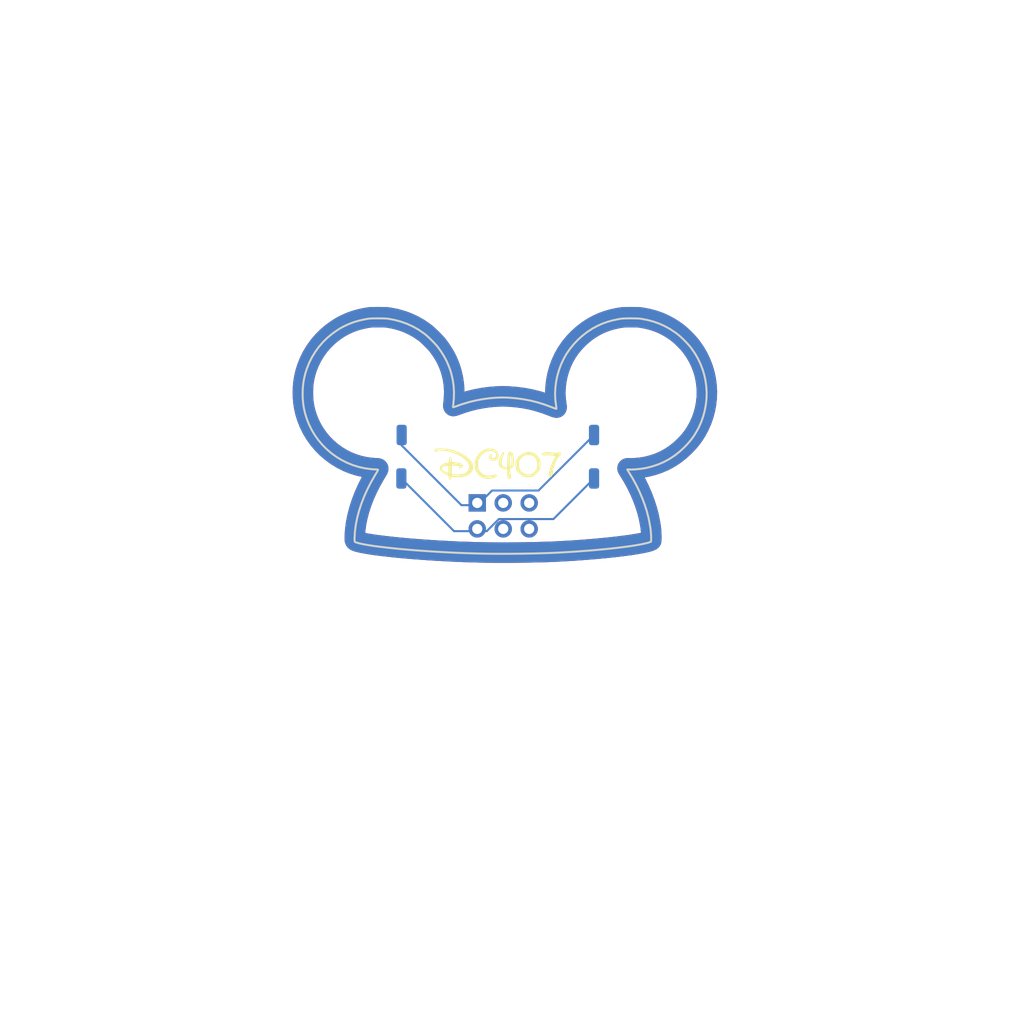
<source format=kicad_pcb>
(kicad_pcb (version 20221018) (generator pcbnew)
  (layers (0 "F.Cu" signal) (31 "B.Cu" signal) (34 "B.Paste" user) (35 "F.Paste" user) (36 "B.SilkS" user "B.Silkscreen") (37 "F.SilkS" user "F.Silkscreen") (38 "B.Mask" user) (39 "F.Mask" user) (44 "Edge.Cuts" user))
  (net 0 "")
  (net 1 "Net-(BT1--)")
  (net 2 "Net-(BT1-+)")
  (footprint "LOGO" (layer "F.Cu") (at 149.245 92.68)
    (fp_text reference "G***" hide)
    (fp_text value "LOGO" hide)
    (fp_poly (pts (xy 5.473065 1.458043) (xy 5.481364 1.466462) (xy 5.498903 1.516303) (xy 5.505946 1.600115) (xy 5.504814 1.647775) (xy 5.497046 1.733133) (xy 5.480054 1.782575) (xy 5.444528 1.81394) (xy 5.408461 1.832439) (xy 5.337767 1.886684) (xy 5.258084 1.98297) (xy 5.176131 2.11193) (xy 5.09863 2.264195) (xy 5.098377 2.264752) (xy 5.027157 2.422325) (xy 4.974925 2.539804) (xy 4.938051 2.625861) (xy 4.912904 2.689168) (xy 4.895855 2.738397) (xy 4.88594 2.772241) (xy 4.833887 2.971891) (xy 4.796269 3.138275) (xy 4.769456 3.288759) (xy 4.753991 3.403882) (xy 4.738879 3.511387) (xy 4.721702 3.602039) (xy 4.705703 3.659275) (xy 4.702751 3.66558) (xy 4.680254 3.721512) (xy 4.675931 3.746215) (xy 4.659214 3.790267) (xy 4.624586 3.840654) (xy 4.560789 3.884316) (xy 4.478319 3.901491) (xy 4.399486 3.890563) (xy 4.353823 3.860255) (xy 4.339109 3.813591) (xy 4.332219 3.729264) (xy 4.332541 3.622704) (xy 4.339458 3.509339) (xy 4.352357 3.404595) (xy 4.370623 3.323903) (xy 4.375747 3.309807) (xy 4.397886 3.247457) (xy 4.426647 3.156037) (xy 4.448416 3.081342) (xy 4.479505 2.978817) (xy 4.512055 2.884153) (xy 4.531487 2.835375) (xy 4.557328 2.769397) (xy 4.569224 2.723019) (xy 4.569312 2.720777) (xy 4.58148 2.673573) (xy 4.595248 2.644205) (xy 4.620445 2.593401) (xy 4.656431 2.514686) (xy 4.679002 2.463141) (xy 4.717137 2.377813) (xy 4.770057 2.26366) (xy 4.828733 2.140052) (xy 4.854052 2.087649) (xy 4.971283 1.84655) (xy 4.857652 1.812555) (xy 4.775959 1.797881) (xy 4.643849 1.787135) (xy 4.464532 1.780498) (xy 4.244219 1.778152) (xy 4.066661 1.777555) (xy 3.935059 1.775624) (xy 3.841618 1.771647) (xy 3.778541 1.764916) (xy 3.738032 1.754721) (xy 3.712294 1.740351) (xy 3.699933 1.72859) (xy 3.661774 1.673108) (xy 3.666887 1.625847) (xy 3.715926 1.570342) (xy 3.812677 1.513839) (xy 3.956702 1.476912) (xy 4.145128 1.459772) (xy 4.375083 1.462628) (xy 4.643695 1.485688) (xy 4.730376 1.496444) (xy 4.902762 1.516029) (xy 5.032728 1.522379) (xy 5.130102 1.514908) (xy 5.204712 1.49303) (xy 5.25397 1.465209) (xy 5.329182 1.434501) (xy 5.410023 1.432155)) (fill solid) (layer "F.SilkS"))
    (fp_poly (pts (xy 0.721887 1.451752) (xy 0.798671 1.540655) (xy 0.857736 1.677722) (xy 0.899657 1.863962) (xy 0.925007 2.100383) (xy 0.927551 2.142694) (xy 0.934176 2.392727) (xy 0.923128 2.596403) (xy 0.892971 2.758611) (xy 0.842269 2.884242) (xy 0.769584 2.978184) (xy 0.673479 3.045326) (xy 0.660406 3.051766) (xy 0.565185 3.096952) (xy 0.580652 3.344491) (xy 0.592278 3.478212) (xy 0.609405 3.613333) (xy 0.628827 3.725564) (xy 0.634038 3.748751) (xy 0.658821 3.857397) (xy 0.668658 3.928151) (xy 0.66278 3.974974) (xy 0.640415 4.011827) (xy 0.618201 4.035522) (xy 0.54751 4.081259) (xy 0.46819 4.078982) (xy 0.406133 4.051769) (xy 0.355434 4.017076) (xy 0.318914 3.972061) (xy 0.294327 3.907994) (xy 0.27943 3.816141) (xy 0.271975 3.68777) (xy 0.269736 3.521246) (xy 0.268783 3.1548) (xy 0.089899 3.135643) (xy -0.060294 3.104669) (xy -0.214712 3.047899) (xy -0.352899 2.974178) (xy -0.440972 2.906104) (xy -0.49055 2.835244) (xy -0.533423 2.735775) (xy -0.559932 2.632764) (xy -0.56404 2.586775) (xy -0.5586 2.523821) (xy -0.543977 2.42637) (xy -0.523465 2.311663) (xy -0.500358 2.19694) (xy -0.477952 2.099441) (xy -0.459542 2.036406) (xy -0.458224 2.033088) (xy -0.414617 1.934782) (xy -0.360111 1.822098) (xy -0.301123 1.70713) (xy -0.244069 1.601973) (xy -0.195364 1.51872) (xy -0.161422 1.469466) (xy -0.156541 1.464364) (xy -0.1123 1.436287) (xy -0.073515 1.450135) (xy -0.0677 1.454786) (xy -0.0331 1.510984) (xy -0.034221 1.595955) (xy -0.071321 1.714663) (xy -0.082663 1.741918) (xy -0.186002 2.017634) (xy -0.246331 2.264328) (xy -0.26413 2.484569) (xy -0.249602 2.635341) (xy -0.233955 2.701042) (xy -0.208263 2.747287) (xy -0.160237 2.788062) (xy -0.077589 2.837354) (xy -0.06688 2.843328) (xy 0.026493 2.888324) (xy 0.11756 2.920749) (xy 0.192751 2.936972) (xy 0.238499 2.933363) (xy 0.245021 2.926792) (xy 0.246997 2.89915) (xy 0.250672 2.826071) (xy 0.25567 2.715835) (xy 0.261619 2.576721) (xy 0.268145 2.417009) (xy 0.268985 2.395945) (xy 0.275107 2.274993) (xy 0.537566 2.274993) (xy 0.538203 2.472706) (xy 0.540343 2.62232) (xy 0.544329 2.72948) (xy 0.550505 2.79983) (xy 0.559214 2.839014) (xy 0.570799 2.852678) (xy 0.572711 2.852876) (xy 0.603692 2.830343) (xy 0.641375 2.773386) (xy 0.657481 2.740398) (xy 0.681833 2.65278) (xy 0.698561 2.527648) (xy 0.707371 2.380742) (xy 0.707971 2.2278) (xy 0.700068 2.084564) (xy 0.683368 1.966774) (xy 0.672655 1.925479) (xy 0.634616 1.812035) (xy 0.604316 1.736256) (xy 0.580908 1.70033) (xy 0.563547 1.706444) (xy 0.551388 1.756788) (xy 0.543584 1.853547) (xy 0.539291 1.99891) (xy 0.537663 2.195065) (xy 0.537566 2.274993) (xy 0.275107 2.274993) (xy 0.282457 2.129799) (xy 0.300328 1.913027) (xy 0.323663 1.741353) (xy 0.353524 1.610499) (xy 0.390975 1.516185) (xy 0.437077 1.454136) (xy 0.492894 1.420072) (xy 0.512866 1.414408) (xy 0.62681 1.410006)) (fill solid) (layer "F.SilkS"))
    (fp_poly (pts (xy -1.287029 1.110651) (xy -1.143998 1.12868) (xy -1.055216 1.149319) (xy -0.899147 1.222998) (xy -0.75932 1.335064) (xy -0.648209 1.473068) (xy -0.578285 1.624561) (xy -0.57797 1.625639) (xy -0.55388 1.718059) (xy -0.547434 1.78605) (xy -0.55847 1.855905) (xy -0.576169 1.918855) (xy -0.610574 2.020634) (xy -0.64889 2.092264) (xy -0.705079 2.153489) (xy -0.790724 2.222258) (xy -0.856893 2.266741) (xy -0.919393 2.290809) (xy -0.999595 2.300442) (xy -1.074947 2.301799) (xy -1.180205 2.298484) (xy -1.252578 2.284767) (xy -1.312713 2.255145) (xy -1.350236 2.228418) (xy -1.437726 2.13836) (xy -1.496162 2.030817) (xy -1.519583 1.921058) (xy -1.505163 1.831447) (xy -1.462796 1.758151) (xy -1.406131 1.696214) (xy -1.344822 1.6508) (xy -1.288521 1.627073) (xy -1.246881 1.630195) (xy -1.229556 1.665329) (xy -1.230801 1.6847) (xy -1.24912 1.833648) (xy -1.250811 1.93782) (xy -1.233435 2.00429) (xy -1.194551 2.04013) (xy -1.131721 2.052416) (xy -1.103953 2.05247) (xy -0.985858 2.024356) (xy -0.892191 1.949289) (xy -0.849132 1.882123) (xy -0.816776 1.805042) (xy -0.80963 1.738866) (xy -0.827631 1.660694) (xy -0.848365 1.603934) (xy -0.892945 1.516225) (xy -0.954795 1.453109) (xy -1.045301 1.406973) (xy -1.175851 1.370201) (xy -1.208483 1.363152) (xy -1.318336 1.342715) (xy -1.400435 1.336373) (xy -1.478909 1.344151) (xy -1.567576 1.36354) (xy -1.667336 1.390375) (xy -1.755022 1.418113) (xy -1.800847 1.436022) (xy -1.971711 1.539844) (xy -2.140935 1.684303) (xy -2.296471 1.857298) (xy -2.42627 2.046727) (xy -2.448797 2.086844) (xy -2.564853 2.301871) (xy -2.565866 2.63785) (xy -2.565635 2.779659) (xy -2.562429 2.881443) (xy -2.55398 2.956928) (xy -2.53802 3.019842) (xy -2.512282 3.08391) (xy -2.481507 3.148538) (xy -2.401956 3.280294) (xy -2.295735 3.413685) (xy -2.177175 3.533099) (xy -2.060604 3.622926) (xy -2.029312 3.641162) (xy -1.893157 3.699506) (xy -1.744771 3.732986) (xy -1.572624 3.742931) (xy -1.365189 3.730669) (xy -1.306985 3.724349) (xy -1.171946 3.706737) (xy -1.04789 3.687176) (xy -0.94956 3.668194) (xy -0.895899 3.65393) (xy -0.801838 3.63771) (xy -0.736844 3.659347) (xy -0.706314 3.70843) (xy -0.715648 3.77455) (xy -0.770242 3.847297) (xy -0.787826 3.862332) (xy -0.882244 3.928593) (xy -0.982358 3.977355) (xy -1.098944 4.011381) (xy -1.242779 4.033434) (xy -1.424638 4.046277) (xy -1.518624 4.049697) (xy -1.662584 4.052212) (xy -1.793549 4.051424) (xy -1.898973 4.047624) (xy -1.966309 4.041102) (xy -1.975556 4.039125) (xy -2.099739 3.994107) (xy -2.236915 3.92613) (xy -2.364513 3.847541) (xy -2.451704 3.7787) (xy -2.629715 3.588545) (xy -2.760501 3.394438) (xy -2.848395 3.186163) (xy -2.89773 2.953504) (xy -2.912845 2.691606) (xy -2.904405 2.472954) (xy -2.875566 2.286297) (xy -2.821047 2.114652) (xy -2.735571 1.941034) (xy -2.624607 1.764305) (xy -2.442364 1.534741) (xy -2.237512 1.353415) (xy -2.008045 1.218916) (xy -1.751962 1.129829) (xy -1.71082 1.120227) (xy -1.592425 1.105449) (xy -1.443833 1.102582)) (fill solid) (layer "F.SilkS"))
    (fp_poly (pts (xy 2.627364 1.451942) (xy 2.863062 1.528724) (xy 2.944833 1.568672) (xy 3.057529 1.646265) (xy 3.178859 1.758298) (xy 3.295469 1.89016) (xy 3.394003 2.027237) (xy 3.442554 2.113277) (xy 3.480165 2.192001) (xy 3.505804 2.255983) (xy 3.521764 2.318628) (xy 3.530337 2.39334) (xy 3.533817 2.493523) (xy 3.534495 2.632582) (xy 3.534497 2.650843) (xy 3.533941 2.795402) (xy 3.530786 2.899585) (xy 3.522804 2.976773) (xy 3.507766 3.040346) (xy 3.483443 3.103683) (xy 3.447606 3.180166) (xy 3.445656 3.184194) (xy 3.354092 3.335998) (xy 3.229697 3.49068) (xy 3.086628 3.633525) (xy 2.939043 3.749821) (xy 2.850674 3.80255) (xy 2.720022 3.854663) (xy 2.56938 3.892937) (xy 2.514695 3.901684) (xy 2.406716 3.915233) (xy 2.330661 3.921713) (xy 2.265146 3.920987) (xy 2.188788 3.912922) (xy 2.091314 3.89901) (xy 1.981596 3.873465) (xy 1.857847 3.830901) (xy 1.775696 3.794489) (xy 1.698908 3.748457) (xy 1.606112 3.682096) (xy 1.506895 3.603684) (xy 1.410843 3.5215) (xy 1.327545 3.443822) (xy 1.266586 3.378928) (xy 1.237555 3.335096) (xy 1.236402 3.328827) (xy 1.220514 3.28671) (xy 1.200417 3.258167) (xy 1.145619 3.160968) (xy 1.105952 3.021565) (xy 1.083298 2.849855) (xy 1.080425 2.701506) (xy 1.430414 2.701506) (xy 1.439559 2.847578) (xy 1.462308 2.964347) (xy 1.468075 2.981322) (xy 1.568635 3.188878) (xy 1.704455 3.35997) (xy 1.883197 3.504119) (xy 1.895385 3.512075) (xy 1.979811 3.564355) (xy 2.048483 3.597683) (xy 2.118532 3.616571) (xy 2.207088 3.625537) (xy 2.331283 3.629095) (xy 2.339855 3.629229) (xy 2.461786 3.627194) (xy 2.553049 3.613795) (xy 2.636263 3.584762) (xy 2.676763 3.565633) (xy 2.752256 3.520532) (xy 2.836904 3.458761) (xy 2.919047 3.390403) (xy 2.987028 3.325543) (xy 3.029189 3.274268) (xy 3.037249 3.253783) (xy 3.053895 3.218971) (xy 3.071865 3.197495) (xy 3.129585 3.10763) (xy 3.173258 2.979194) (xy 3.20175 2.825797) (xy 3.213924 2.66105) (xy 3.208645 2.498566) (xy 3.184777 2.351954) (xy 3.150624 2.253304) (xy 3.050121 2.090996) (xy 2.916321 1.946304) (xy 2.764491 1.834802) (xy 2.714929 1.808835) (xy 2.630496 1.773237) (xy 2.550983 1.75209) (xy 2.457071 1.741953) (xy 2.329442 1.739385) (xy 2.324974 1.739389) (xy 2.195687 1.742155) (xy 2.101612 1.752233) (xy 2.02436 1.772865) (xy 1.948677 1.805748) (xy 1.841409 1.872441) (xy 1.728323 1.965473) (xy 1.622322 2.071813) (xy 1.536307 2.178434) (xy 1.483182 2.272306) (xy 1.481074 2.277935) (xy 1.451523 2.397638) (xy 1.434519 2.545177) (xy 1.430414 2.701506) (xy 1.080425 2.701506) (xy 1.079539 2.655734) (xy 1.080585 2.628285) (xy 1.088426 2.507092) (xy 1.099612 2.401768) (xy 1.112382 2.326774) (xy 1.120313 2.301871) (xy 1.147893 2.247102) (xy 1.187918 2.16672) (xy 1.212257 2.117539) (xy 1.265782 2.03306) (xy 1.347055 1.932583) (xy 1.441765 1.833585) (xy 1.454896 1.821198) (xy 1.672949 1.649575) (xy 1.903914 1.526043) (xy 2.143098 1.451396) (xy 2.385812 1.426431)) (fill solid) (layer "F.SilkS"))
    (fp_poly (pts (xy -6.12375 1.08902) (xy -5.893324 1.101672) (xy -5.703458 1.117298) (xy -5.540972 1.137521) (xy -5.392686 1.163959) (xy -5.254709 1.195866) (xy -5.142785 1.223972) (xy -5.030102 1.251829) (xy -4.972487 1.265833) (xy -4.886274 1.289388) (xy -4.814796 1.313683) (xy -4.797778 1.321036) (xy -4.746533 1.343097) (xy -4.66234 1.376518) (xy -4.562786 1.414331) (xy -4.555873 1.416897) (xy -4.428276 1.469106) (xy -4.28959 1.533273) (xy -4.193016 1.583051) (xy -4.099329 1.634732) (xy -4.018136 1.679466) (xy -3.966248 1.707991) (xy -3.96455 1.708921) (xy -3.783473 1.82123) (xy -3.609552 1.953501) (xy -3.449893 2.098196) (xy -3.311604 2.24778) (xy -3.201793 2.394715) (xy -3.127567 2.531466) (xy -3.098838 2.626873) (xy -3.082617 2.693117) (xy -3.062881 2.732285) (xy -3.060504 2.734163) (xy -3.043454 2.772033) (xy -3.03761 2.847359) (xy -3.042202 2.945191) (xy -3.056462 3.050581) (xy -3.079621 3.148578) (xy -3.082245 3.156926) (xy -3.121443 3.25989) (xy -3.168866 3.36002) (xy -3.189644 3.396446) (xy -3.261791 3.486906) (xy -3.36283 3.580963) (xy -3.480123 3.669974) (xy -3.60103 3.7453) (xy -3.712912 3.798298) (xy -3.80313 3.820327) (xy -3.809869 3.820495) (xy -3.86593 3.833438) (xy -3.885635 3.846405) (xy -3.921224 3.8589) (xy -3.998922 3.873729) (xy -4.107241 3.88903) (xy -4.233709 3.902846) (xy -4.456099 3.918597) (xy -4.656957 3.919567) (xy -4.863029 3.905154) (xy -5.029378 3.884951) (xy -5.153466 3.867928) (xy -5.171989 3.966663) (xy -5.200103 4.048664) (xy -5.245657 4.119741) (xy -5.29661 4.163453) (xy -5.320858 4.169913) (xy -5.356364 4.152025) (xy -5.39915 4.113603) (xy -5.438825 4.041361) (xy -5.46601 3.928667) (xy -5.470032 3.898577) (xy -5.486704 3.7992) (xy -5.508741 3.74871) (xy -5.526697 3.73986) (xy -5.585096 3.725433) (xy -5.674451 3.686808) (xy -5.781931 3.630975) (xy -5.894704 3.564919) (xy -5.999939 3.495628) (xy -6.064965 3.446744) (xy -6.149474 3.37065) (xy -6.222533 3.291732) (xy -6.266757 3.229592) (xy -6.305326 3.11558) (xy -6.309983 3.049352) (xy -6.128254 3.049352) (xy -6.106411 3.105286) (xy -6.048506 3.175676) (xy -5.965979 3.249808) (xy -5.870268 3.316966) (xy -5.80433 3.352788) (xy -5.659207 3.421005) (xy -5.56005 3.466989) (xy -5.504412 3.491866) (xy -5.489894 3.497344) (xy -5.487401 3.472361) (xy -5.485327 3.403552) (xy -5.483862 3.300846) (xy -5.483195 3.174172) (xy -5.483175 3.146604) (xy -5.483175 2.795251) (xy -5.637725 2.812873) (xy -5.80594 2.841529) (xy -5.945643 2.884248) (xy -6.050151 2.937807) (xy -6.112777 2.998983) (xy -6.128254 3.049352) (xy -6.309983 3.049352) (xy -6.314178 2.989684) (xy -6.293307 2.873757) (xy -6.266881 2.818629) (xy -6.196253 2.737752) (xy -6.099268 2.658556) (xy -5.996612 2.596184) (xy -5.925804 2.56893) (xy -5.85876 2.547836) (xy -5.816403 2.526633) (xy -5.775192 2.511579) (xy -5.698748 2.496305) (xy -5.624743 2.486528) (xy -5.534729 2.475547) (xy -5.483278 2.460401) (xy -5.455427 2.43195) (xy -5.436211 2.381052) (xy -5.432626 2.369174) (xy -5.411543 2.275194) (xy -5.40116 2.183204) (xy -5.401023 2.1778) (xy -5.389063 2.06743) (xy -5.360519 1.976077) (xy -5.320595 1.916008) (xy -5.282575 1.898696) (xy -5.253118 1.907468) (xy -5.229261 1.940507) (xy -5.206016 2.0079) (xy -5.182883 2.100284) (xy -5.15996 2.205347) (xy -5.142911 2.295959) (xy -5.135035 2.354376) (xy -5.134858 2.358587) (xy -5.134175 2.378856) (xy -5.128361 2.394457) (xy -5.110426 2.406974) (xy -5.073378 2.417987) (xy -5.010224 2.429079) (xy -4.913973 2.441832) (xy -4.777633 2.457828) (xy -4.614334 2.476366) (xy -4.510529 2.490706) (xy -4.426189 2.507067) (xy -4.376788 2.522337) (xy -4.37243 2.525011) (xy -4.322647 2.550378) (xy -4.273651 2.56596) (xy -4.21183 2.594189) (xy -4.139067 2.645075) (xy -4.117324 2.663848) (xy -4.055819 2.739447) (xy -4.045639 2.812208) (xy -4.085815 2.891756) (xy -4.093417 2.90152) (xy -4.144718 2.943548) (xy -4.221348 2.98442) (xy -4.302883 3.015468) (xy -4.368899 3.028025) (xy -4.386474 3.0259) (xy -4.426988 2.991228) (xy -4.42984 2.937502) (xy -4.395584 2.883474) (xy -4.381945 2.872576) (xy -4.36168 2.854344) (xy -4.367013 2.840566) (xy -4.405494 2.828429) (xy -4.484675 2.815118) (xy -4.56642 2.803856) (xy -4.699554 2.788798) (xy -4.83645 2.777634) (xy -4.951205 2.772398) (xy -4.968813 2.772241) (xy -5.133757 2.772241) (xy -5.133757 3.186493) (xy -5.133757 3.600744) (xy -5.019524 3.620689) (xy -4.946518 3.628554) (xy -4.835669 3.634667) (xy -4.70288 3.638359) (xy -4.582751 3.639084) (xy -4.29369 3.620765) (xy -4.045685 3.568895) (xy -3.839066 3.483646) (xy -3.674167 3.365191) (xy -3.551318 3.213702) (xy -3.483212 3.067903) (xy -3.452946 2.968091) (xy -3.443966 2.888012) (xy -3.456886 2.805079) (xy -3.492317 2.696707) (xy -3.493356 2.693861) (xy -3.557974 2.547428) (xy -3.643251 2.414488) (xy -3.759813 2.279913) (xy -3.839298 2.201436) (xy -3.906057 2.142831) (xy -3.994683 2.071458) (xy -4.09511 1.994645) (xy -4.197272 1.919723) (xy -4.291104 1.854021) (xy -4.36654 1.804868) (xy -4.413514 1.779595) (xy -4.421146 1.777744) (xy -4.449127 1.766742) (xy -4.513493 1.737367) (xy -4.602435 1.695066) (xy -4.642373 1.675686) (xy -4.816169 1.59928) (xy -5.017659 1.52405) (xy -5.227194 1.456428) (xy -5.425123 1.402844) (xy -5.56381 1.374088) (xy -5.739683 1.34531) (xy -5.877035 1.324804) (xy -5.990222 1.311152) (xy -6.093599 1.302936) (xy -6.201521 1.298735) (xy -6.328343 1.297132) (xy -6.34328 1.297057) (xy -6.474915 1.297127) (xy -6.559943 1.299452) (xy -6.605497 1.305044) (xy -6.618713 1.314918) (xy -6.606725 1.330088) (xy -6.601973 1.333815) (xy -6.568481 1.381666) (xy -6.575481 1.428331) (xy -6.618207 1.454164) (xy -6.631379 1.455104) (xy -6.701403 1.436773) (xy -6.778894 1.391868) (xy -6.84224 1.33515) (xy -6.86743 1.293863) (xy -6.868245 1.220074) (xy -6.818636 1.162255) (xy -6.718404 1.12035) (xy -6.567348 1.094305) (xy -6.36527 1.084064)) (fill solid) (layer "F.SilkS"))
    (fp_poly (pts (xy -12.208072 -11.625339) (xy -11.984059 -11.622354) (xy -11.775092 -11.616787) (xy -11.59099 -11.608642) (xy -11.441573 -11.597924) (xy -11.356085 -11.587883) (xy -10.704397 -11.463394) (xy -10.08137 -11.293513) (xy -9.486603 -11.078066) (xy -8.919692 -10.816883) (xy -8.380234 -10.509793) (xy -7.867826 -10.156623) (xy -7.714074 -10.03749) (xy -7.598749 -9.940257) (xy -7.458841 -9.813757) (xy -7.30307 -9.666683) (xy -7.14016 -9.507731) (xy -6.978834 -9.345596) (xy -6.827814 -9.188973) (xy -6.695822 -9.046558) (xy -6.591582 -8.927046) (xy -6.556228 -8.88328) (xy -6.20481 -8.401263) (xy -5.900101 -7.917549) (xy -5.644153 -7.43569) (xy -5.43902 -6.959236) (xy -5.429754 -6.934603) (xy -5.386753 -6.81939) (xy -5.346672 -6.711915) (xy -5.316317 -6.630423) (xy -5.309489 -6.612063) (xy -5.287968 -6.547592) (xy -5.256944 -6.446372) (xy -5.220967 -6.323544) (xy -5.192354 -6.222328) (xy -5.054345 -5.632648) (xy -4.966621 -5.035743) (xy -4.92896 -4.428085) (xy -4.941135 -3.80615) (xy -4.999864 -3.189627) (xy -5.012093 -3.082469) (xy -5.018554 -2.996854) (xy -5.018419 -2.945716) (xy -5.016008 -2.937419) (xy -4.986884 -2.940912) (xy -4.916715 -2.960505) (xy -4.814746 -2.993304) (xy -4.690222 -3.036421) (xy -4.630684 -3.05791) (xy -4.482774 -3.111534) (xy -4.337691 -3.163411) (xy -4.210162 -3.208322) (xy -4.11491 -3.241049) (xy -4.098942 -3.246361) (xy -3.466441 -3.43532) (xy -2.814243 -3.593296) (xy -2.151872 -3.718958) (xy -1.488853 -3.810973) (xy -0.834709 -3.868012) (xy -0.198965 -3.888744) (xy 0.386076 -3.8732) (xy 1.144061 -3.810977) (xy 1.869121 -3.713938) (xy 2.571041 -3.579912) (xy 3.259606 -3.406725) (xy 3.9446 -3.192206) (xy 4.635809 -2.934183) (xy 4.659478 -2.924643) (xy 4.795834 -2.871412) (xy 4.914875 -2.828453) (xy 5.007743 -2.798684) (xy 5.06558 -2.785023) (xy 5.080101 -2.78606) (xy 5.084664 -2.820575) (xy 5.079905 -2.895489) (xy 5.066927 -2.998464) (xy 5.054083 -3.077566) (xy 4.980438 -3.646175) (xy 4.95638 -4.22705) (xy 4.980781 -4.814634) (xy 5.052513 -5.403368) (xy 5.170447 -5.987695) (xy 5.333456 -6.562057) (xy 5.54041 -7.120898) (xy 5.790182 -7.658658) (xy 6.081642 -8.169781) (xy 6.090892 -8.184444) (xy 6.421928 -8.661578) (xy 6.797277 -9.119223) (xy 7.210114 -9.5508) (xy 7.653618 -9.949728) (xy 8.120966 -10.309427) (xy 8.605336 -10.623317) (xy 8.641574 -10.644489) (xy 9.092322 -10.887084) (xy 9.547705 -11.093287) (xy 10.017393 -11.266414) (xy 10.511055 -11.40978) (xy 11.038362 -11.5267) (xy 11.396402 -11.588936) (xy 11.51136 -11.6017) (xy 11.669866 -11.611749) (xy 11.861778 -11.619087) (xy 12.076956 -11.62372) (xy 12.305261 -11.625654) (xy 12.53655 -11.624895) (xy 12.760685 -11.621446) (xy 12.967525 -11.615316) (xy 13.146928 -11.606507) (xy 13.288755 -11.595027) (xy 13.345079 -11.587883) (xy 13.969892 -11.470714) (xy 14.56079 -11.314541) (xy 15.123008 -11.1172) (xy 15.66178 -10.876526) (xy 16.18234 -10.590355) (xy 16.689921 -10.256524) (xy 16.852698 -10.137605) (xy 17.047405 -9.981823) (xy 17.262393 -9.792539) (xy 17.487146 -9.580315) (xy 17.711149 -9.355709) (xy 17.923886 -9.129282) (xy 18.114842 -8.911592) (xy 18.273502 -8.713201) (xy 18.280688 -8.70359) (xy 18.628852 -8.198745) (xy 18.927263 -7.684644) (xy 19.179894 -7.153768) (xy 19.386186 -6.612063) (xy 19.493359 -6.27151) (xy 19.579878 -5.941671) (xy 19.649319 -5.605701) (xy 19.705257 -5.246749) (xy 19.742639 -4.932169) (xy 19.776654 -4.367326) (xy 19.76243 -3.789949) (xy 19.701475 -3.207875) (xy 19.595298 -2.62894) (xy 19.445407 -2.060979) (xy 19.25331 -1.51183) (xy 19.020517 -0.989328) (xy 18.961272 -0.873545) (xy 18.755291 -0.499802) (xy 18.547544 -0.163573) (xy 18.328324 0.148305) (xy 18.087924 0.448993) (xy 17.816639 0.751653) (xy 17.59263 0.982294) (xy 17.12628 1.41387) (xy 16.637543 1.79686) (xy 16.124931 2.132076) (xy 15.586957 2.420325) (xy 15.022132 2.662418) (xy 14.428967 2.859163) (xy 13.896085 2.992488) (xy 13.680245 3.033641) (xy 13.438804 3.070701) (xy 13.183722 3.102559) (xy 12.926954 3.128107) (xy 12.680461 3.146234) (xy 12.456198 3.155833) (xy 12.266124 3.155792) (xy 12.182593 3.151426) (xy 12.095741 3.147349) (xy 12.035053 3.149675) (xy 12.014603 3.156984) (xy 12.02831 3.186599) (xy 12.064863 3.249438) (xy 12.117413 3.333914) (xy 12.13966 3.368521) (xy 12.517992 3.98501) (xy 12.867677 4.621782) (xy 13.186026 5.272218) (xy 13.470349 5.929697) (xy 13.717953 6.587599) (xy 13.92615 7.239304) (xy 14.092248 7.878192) (xy 14.206275 8.453228) (xy 14.228033 8.583575) (xy 14.249928 8.714217) (xy 14.268009 8.821583) (xy 14.271629 8.842963) (xy 14.292258 8.989804) (xy 14.311347 9.17145) (xy 14.327758 9.371402) (xy 14.340353 9.573159) (xy 14.347995 9.760223) (xy 14.349548 9.916091) (xy 14.34851 9.958413) (xy 14.339577 10.200317) (xy 14.24444 10.246866) (xy 14.156352 10.280987) (xy 14.022418 10.320887) (xy 13.850029 10.364901) (xy 13.646577 10.411367) (xy 13.419455 10.45862) (xy 13.176054 10.504997) (xy 12.923767 10.548834) (xy 12.847831 10.561181) (xy 12.722938 10.581301) (xy 12.594818 10.602172) (xy 12.498413 10.61808) (xy 12.364349 10.638933) (xy 12.186057 10.664396) (xy 11.972753 10.693313) (xy 11.733655 10.724526) (xy 11.477981 10.756878) (xy 11.214947 10.789212) (xy 10.953771 10.820371) (xy 10.703671 10.849197) (xy 10.473863 10.874533) (xy 10.361587 10.886343) (xy 9.914156 10.931838) (xy 9.511385 10.971491) (xy 9.144592 11.0061) (xy 8.805094 11.036467) (xy 8.484206 11.063391) (xy 8.197884 11.085816) (xy 8.004238 11.100573) (xy 7.803679 11.116041) (xy 7.611671 11.131015) (xy 7.443679 11.144289) (xy 7.324339 11.153907) (xy 7.183599 11.164703) (xy 7.007121 11.177148) (xy 6.812845 11.190037) (xy 6.618715 11.202164) (xy 6.517989 11.208101) (xy 6.317063 11.219682) (xy 6.092154 11.232711) (xy 5.866085 11.245861) (xy 5.661679 11.257807) (xy 5.590688 11.261975) (xy 5.109628 11.287551) (xy 4.581891 11.310654) (xy 4.014505 11.331193) (xy 3.414495 11.349078) (xy 2.788889 11.364218) (xy 2.144714 11.376524) (xy 1.488996 11.385905) (xy 0.828764 11.39227) (xy 0.171042 11.395529) (xy -0.477141 11.395593) (xy -1.108759 11.39237) (xy -1.716785 11.385771) (xy -2.294191 11.375705) (xy -2.634074 11.367674) (xy -2.983804 11.357887) (xy -3.349468 11.346553) (xy -3.721535 11.334034) (xy -4.090478 11.32069) (xy -4.446766 11.306882) (xy -4.78087 11.29297) (xy -5.083262 11.279316) (xy -5.344412 11.266279) (xy -5.415979 11.262393) (xy -5.602845 11.252056) (xy -5.822367 11.23999) (xy -6.053522 11.227345) (xy -6.275285 11.215274) (xy -6.397037 11.20868) (xy -6.592121 11.197769) (xy -6.799348 11.185547) (xy -7.001035 11.173097) (xy -7.179497 11.161506) (xy -7.284021 11.154276) (xy -7.452493 11.142258) (xy -7.651066 11.12824) (xy -7.856209 11.113873) (xy -8.04439 11.100812) (xy -8.063492 11.099496) (xy -8.307512 11.08215) (xy -8.576025 11.062136) (xy -8.855066 11.040564) (xy -9.130668 11.018541) (xy -9.388865 10.997177) (xy -9.61569 10.97758) (xy -9.729947 10.967221) (xy -9.884087 10.952942) (xy -10.063413 10.936379) (xy -10.239577 10.920148) (xy -10.32127 10.91264) (xy -10.475149 10.897999) (xy -10.638134 10.881655) (xy -10.786207 10.866051) (xy -10.858836 10.857954) (xy -10.994438 10.842675) (xy -11.154924 10.825088) (xy -11.311697 10.808315) (xy -11.356085 10.803663) (xy -11.494017 10.78867) (xy -11.663325 10.769283) (xy -11.853589 10.746791) (xy -12.054391 10.722483) (xy -12.255309 10.697649) (xy -12.445925 10.67358) (xy -12.615818 10.651565) (xy -12.75457 10.632893) (xy -12.851762 10.618853) (xy -12.86127 10.617361) (xy -13.168963 10.567779) (xy -13.429811 10.524375) (xy -13.650207 10.485899) (xy -13.836548 10.451097) (xy -13.995227 10.418718) (xy -14.132639 10.387509) (xy -14.255179 10.35622) (xy -14.369242 10.323597) (xy -14.383011 10.319428) (xy -14.495225 10.284404) (xy -14.571724 10.252827) (xy -14.619147 10.214069) (xy -14.644133 10.157504) (xy -14.653321 10.072505) (xy -14.653351 9.948447) (xy -14.652333 9.888353) (xy -14.61698 9.245787) (xy -14.532939 8.585836) (xy -14.401228 7.911591) (xy -14.222863 7.226143) (xy -13.998862 6.532584) (xy -13.73024 5.834004) (xy -13.418016 5.133495) (xy -13.063205 4.434146) (xy -12.666825 3.739051) (xy -12.585302 3.605124) (xy -12.491534 3.450636) (xy -12.424961 3.335638) (xy -12.382966 3.254885) (xy -12.362936 3.203131) (xy -12.362255 3.175133) (xy -12.367757 3.168763) (xy -12.413139 3.156158) (xy -12.492789 3.147479) (xy -12.565608 3.144944) (xy -12.662334 3.14217) (xy -12.792417 3.135223) (xy -12.935729 3.125284) (xy -13.023537 3.118038) (xy -13.633689 3.037541) (xy -14.229968 2.906541) (xy -14.809729 2.727107) (xy -15.370325 2.501304) (xy -15.909113 2.231202) (xy -16.423445 1.918868) (xy -16.910677 1.566371) (xy -17.368163 1.175777) (xy -17.793258 0.749156) (xy -18.183315 0.288574) (xy -18.53569 -0.2039) (xy -18.847737 -0.726199) (xy -19.116811 -1.276254) (xy -19.324997 -1.807537) (xy -19.479562 -2.302219) (xy -19.594822 -2.787187) (xy -19.673092 -3.276443) (xy -19.716687 -3.783989) (xy -19.72821 -4.246772) (xy -19.712921 -4.777516) (xy -19.665476 -5.277801) (xy -19.583506 -5.761917) (xy -19.464645 -6.244154) (xy -19.323112 -6.691419) (xy -19.097446 -7.260848) (xy -18.823873 -7.809885) (xy -18.505294 -8.334801) (xy -18.144609 -8.831864) (xy -17.744718 -9.297346) (xy -17.308522 -9.727515) (xy -16.838922 -10.118642) (xy -16.436085 -10.40425) (xy -16.279149 -10.507027) (xy -16.155794 -10.586558) (xy -16.054868 -10.649412) (xy -15.965218 -10.702156) (xy -15.875692 -10.751358) (xy -15.775139 -10.803587) (xy -15.656614 -10.863303) (xy -15.296472 -11.032688) (xy -14.937583 -11.178392) (xy -14.568922 -11.303836) (xy -14.179461 -11.412441) (xy -13.758175 -11.507628) (xy -13.318201 -11.588781) (xy -13.21013 -11.601381) (xy -13.058186 -11.611373) (xy -12.872188 -11.61876) (xy -12.661957 -11.623547) (xy -12.437311 -11.625739)) (stroke (width 0.2)) (fill none) (layer "Edge.Cuts"))
  )
  (footprint "Connector_PinSocket_2.54mm:PinSocket_2x03_P2.54mm_Vertical" (layer "F.Cu") (at 146.59 99.1 90)
    (fp_text reference "REF**" hide)
    (fp_text value "PinSocket_2x03_P2.54mm_Vertical" hide)
    (pad "1" thru_hole rect (at 0 0 90) (size 1.7 1.7) (drill 1) (layers "*.Cu" "*.Mask") (net 2 "Net-(BT1-+)"))
    (pad "2" thru_hole oval (at -2.54 0 90) (size 1.7 1.7) (drill 1) (layers "*.Cu" "*.Mask") (net 1 "Net-(BT1--)"))
    (pad "3" thru_hole oval (at 0 2.54 90) (size 1.7 1.7) (drill 1) (layers "*.Cu" "*.Mask"))
    (pad "4" thru_hole oval (at -2.54 2.54 90) (size 1.7 1.7) (drill 1) (layers "*.Cu" "*.Mask"))
    (pad "5" thru_hole oval (at 0 5.08 90) (size 1.7 1.7) (drill 1) (layers "*.Cu" "*.Mask"))
    (pad "6" thru_hole oval (at -2.54 5.08 90) (size 1.7 1.7) (drill 1) (layers "*.Cu" "*.Mask"))
  )
  (footprint "LOGO" (layer "F.Cu") (at 149.269222 92.564927)
    (fp_text reference "G***" hide)
    (fp_text value "LOGO" hide)
    (fp_poly (pts (xy -12.208072 -11.625339) (xy -11.984059 -11.622354) (xy -11.775092 -11.616787) (xy -11.59099 -11.608642) (xy -11.441573 -11.597924) (xy -11.356085 -11.587883) (xy -10.704397 -11.463394) (xy -10.08137 -11.293513) (xy -9.486603 -11.078066) (xy -8.919692 -10.816883) (xy -8.380234 -10.509793) (xy -7.867826 -10.156623) (xy -7.714074 -10.03749) (xy -7.598749 -9.940257) (xy -7.458841 -9.813757) (xy -7.30307 -9.666683) (xy -7.14016 -9.507731) (xy -6.978834 -9.345596) (xy -6.827814 -9.188973) (xy -6.695822 -9.046558) (xy -6.591582 -8.927046) (xy -6.556228 -8.88328) (xy -6.20481 -8.401263) (xy -5.900101 -7.917549) (xy -5.644153 -7.43569) (xy -5.43902 -6.959236) (xy -5.429754 -6.934603) (xy -5.386753 -6.81939) (xy -5.346672 -6.711915) (xy -5.316317 -6.630423) (xy -5.309489 -6.612063) (xy -5.287968 -6.547592) (xy -5.256944 -6.446372) (xy -5.220967 -6.323544) (xy -5.192354 -6.222328) (xy -5.054345 -5.632648) (xy -4.966621 -5.035743) (xy -4.92896 -4.428085) (xy -4.941135 -3.80615) (xy -4.999864 -3.189627) (xy -5.012093 -3.082469) (xy -5.018554 -2.996854) (xy -5.018419 -2.945716) (xy -5.016008 -2.937419) (xy -4.986884 -2.940912) (xy -4.916715 -2.960505) (xy -4.814746 -2.993304) (xy -4.690222 -3.036421) (xy -4.630684 -3.05791) (xy -4.482774 -3.111534) (xy -4.337691 -3.163411) (xy -4.210162 -3.208322) (xy -4.11491 -3.241049) (xy -4.098942 -3.246361) (xy -3.466441 -3.43532) (xy -2.814243 -3.593296) (xy -2.151872 -3.718958) (xy -1.488853 -3.810973) (xy -0.834709 -3.868012) (xy -0.198965 -3.888744) (xy 0.386076 -3.8732) (xy 1.144061 -3.810977) (xy 1.869121 -3.713938) (xy 2.571041 -3.579912) (xy 3.259606 -3.406725) (xy 3.9446 -3.192206) (xy 4.635809 -2.934183) (xy 4.659478 -2.924643) (xy 4.795834 -2.871412) (xy 4.914875 -2.828453) (xy 5.007743 -2.798684) (xy 5.06558 -2.785023) (xy 5.080101 -2.78606) (xy 5.084664 -2.820575) (xy 5.079905 -2.895489) (xy 5.066927 -2.998464) (xy 5.054083 -3.077566) (xy 4.980438 -3.646175) (xy 4.95638 -4.22705) (xy 4.980781 -4.814634) (xy 5.052513 -5.403368) (xy 5.170447 -5.987695) (xy 5.333456 -6.562057) (xy 5.54041 -7.120898) (xy 5.790182 -7.658658) (xy 6.081642 -8.169781) (xy 6.090892 -8.184444) (xy 6.421928 -8.661578) (xy 6.797277 -9.119223) (xy 7.210114 -9.5508) (xy 7.653618 -9.949728) (xy 8.120966 -10.309427) (xy 8.605336 -10.623317) (xy 8.641574 -10.644489) (xy 9.092322 -10.887084) (xy 9.547705 -11.093287) (xy 10.017393 -11.266414) (xy 10.511055 -11.40978) (xy 11.038362 -11.5267) (xy 11.396402 -11.588936) (xy 11.51136 -11.6017) (xy 11.669866 -11.611749) (xy 11.861778 -11.619087) (xy 12.076956 -11.62372) (xy 12.305261 -11.625654) (xy 12.53655 -11.624895) (xy 12.760685 -11.621446) (xy 12.967525 -11.615316) (xy 13.146928 -11.606507) (xy 13.288755 -11.595027) (xy 13.345079 -11.587883) (xy 13.969892 -11.470714) (xy 14.56079 -11.314541) (xy 15.123008 -11.1172) (xy 15.66178 -10.876526) (xy 16.18234 -10.590355) (xy 16.689921 -10.256524) (xy 16.852698 -10.137605) (xy 17.047405 -9.981823) (xy 17.262393 -9.792539) (xy 17.487146 -9.580315) (xy 17.711149 -9.355709) (xy 17.923886 -9.129282) (xy 18.114842 -8.911592) (xy 18.273502 -8.713201) (xy 18.280688 -8.70359) (xy 18.628852 -8.198745) (xy 18.927263 -7.684644) (xy 19.179894 -7.153768) (xy 19.386186 -6.612063) (xy 19.493359 -6.27151) (xy 19.579878 -5.941671) (xy 19.649319 -5.605701) (xy 19.705257 -5.246749) (xy 19.742639 -4.932169) (xy 19.776654 -4.367326) (xy 19.76243 -3.789949) (xy 19.701475 -3.207875) (xy 19.595298 -2.62894) (xy 19.445407 -2.060979) (xy 19.25331 -1.51183) (xy 19.020517 -0.989328) (xy 18.961272 -0.873545) (xy 18.755291 -0.499802) (xy 18.547544 -0.163573) (xy 18.328324 0.148305) (xy 18.087924 0.448993) (xy 17.816639 0.751653) (xy 17.59263 0.982294) (xy 17.12628 1.41387) (xy 16.637543 1.79686) (xy 16.124931 2.132076) (xy 15.586957 2.420325) (xy 15.022132 2.662418) (xy 14.428967 2.859163) (xy 13.896085 2.992488) (xy 13.680245 3.033641) (xy 13.438804 3.070701) (xy 13.183722 3.102559) (xy 12.926954 3.128107) (xy 12.680461 3.146234) (xy 12.456198 3.155833) (xy 12.266124 3.155792) (xy 12.182593 3.151426) (xy 12.095741 3.147349) (xy 12.035053 3.149675) (xy 12.014603 3.156984) (xy 12.02831 3.186599) (xy 12.064863 3.249438) (xy 12.117413 3.333914) (xy 12.13966 3.368521) (xy 12.517992 3.98501) (xy 12.867677 4.621782) (xy 13.186026 5.272218) (xy 13.470349 5.929697) (xy 13.717953 6.587599) (xy 13.92615 7.239304) (xy 14.092248 7.878192) (xy 14.206275 8.453228) (xy 14.228033 8.583575) (xy 14.249928 8.714217) (xy 14.268009 8.821583) (xy 14.271629 8.842963) (xy 14.292258 8.989804) (xy 14.311347 9.17145) (xy 14.327758 9.371402) (xy 14.340353 9.573159) (xy 14.347995 9.760223) (xy 14.349548 9.916091) (xy 14.34851 9.958413) (xy 14.339577 10.200317) (xy 14.24444 10.246866) (xy 14.156352 10.280987) (xy 14.022418 10.320887) (xy 13.850029 10.364901) (xy 13.646577 10.411367) (xy 13.419455 10.45862) (xy 13.176054 10.504997) (xy 12.923767 10.548834) (xy 12.847831 10.561181) (xy 12.722938 10.581301) (xy 12.594818 10.602172) (xy 12.498413 10.61808) (xy 12.364349 10.638933) (xy 12.186057 10.664396) (xy 11.972753 10.693313) (xy 11.733655 10.724526) (xy 11.477981 10.756878) (xy 11.214947 10.789212) (xy 10.953771 10.820371) (xy 10.703671 10.849197) (xy 10.473863 10.874533) (xy 10.361587 10.886343) (xy 9.914156 10.931838) (xy 9.511385 10.971491) (xy 9.144592 11.0061) (xy 8.805094 11.036467) (xy 8.484206 11.063391) (xy 8.197884 11.085816) (xy 8.004238 11.100573) (xy 7.803679 11.116041) (xy 7.611671 11.131015) (xy 7.443679 11.144289) (xy 7.324339 11.153907) (xy 7.183599 11.164703) (xy 7.007121 11.177148) (xy 6.812845 11.190037) (xy 6.618715 11.202164) (xy 6.517989 11.208101) (xy 6.317063 11.219682) (xy 6.092154 11.232711) (xy 5.866085 11.245861) (xy 5.661679 11.257807) (xy 5.590688 11.261975) (xy 5.109628 11.287551) (xy 4.581891 11.310654) (xy 4.014505 11.331193) (xy 3.414495 11.349078) (xy 2.788889 11.364218) (xy 2.144714 11.376524) (xy 1.488996 11.385905) (xy 0.828764 11.39227) (xy 0.171042 11.395529) (xy -0.477141 11.395593) (xy -1.108759 11.39237) (xy -1.716785 11.385771) (xy -2.294191 11.375705) (xy -2.634074 11.367674) (xy -2.983804 11.357887) (xy -3.349468 11.346553) (xy -3.721535 11.334034) (xy -4.090478 11.32069) (xy -4.446766 11.306882) (xy -4.78087 11.29297) (xy -5.083262 11.279316) (xy -5.344412 11.266279) (xy -5.415979 11.262393) (xy -5.602845 11.252056) (xy -5.822367 11.23999) (xy -6.053522 11.227345) (xy -6.275285 11.215274) (xy -6.397037 11.20868) (xy -6.592121 11.197769) (xy -6.799348 11.185547) (xy -7.001035 11.173097) (xy -7.179497 11.161506) (xy -7.284021 11.154276) (xy -7.452493 11.142258) (xy -7.651066 11.12824) (xy -7.856209 11.113873) (xy -8.04439 11.100812) (xy -8.063492 11.099496) (xy -8.307512 11.08215) (xy -8.576025 11.062136) (xy -8.855066 11.040564) (xy -9.130668 11.018541) (xy -9.388865 10.997177) (xy -9.61569 10.97758) (xy -9.729947 10.967221) (xy -9.884087 10.952942) (xy -10.063413 10.936379) (xy -10.239577 10.920148) (xy -10.32127 10.91264) (xy -10.475149 10.897999) (xy -10.638134 10.881655) (xy -10.786207 10.866051) (xy -10.858836 10.857954) (xy -10.994438 10.842675) (xy -11.154924 10.825088) (xy -11.311697 10.808315) (xy -11.356085 10.803663) (xy -11.494017 10.78867) (xy -11.663325 10.769283) (xy -11.853589 10.746791) (xy -12.054391 10.722483) (xy -12.255309 10.697649) (xy -12.445925 10.67358) (xy -12.615818 10.651565) (xy -12.75457 10.632893) (xy -12.851762 10.618853) (xy -12.86127 10.617361) (xy -13.168963 10.567779) (xy -13.429811 10.524375) (xy -13.650207 10.485899) (xy -13.836548 10.451097) (xy -13.995227 10.418718) (xy -14.132639 10.387509) (xy -14.255179 10.35622) (xy -14.369242 10.323597) (xy -14.383011 10.319428) (xy -14.495225 10.284404) (xy -14.571724 10.252827) (xy -14.619147 10.214069) (xy -14.644133 10.157504) (xy -14.653321 10.072505) (xy -14.653351 9.948447) (xy -14.652333 9.888353) (xy -14.61698 9.245787) (xy -14.532939 8.585836) (xy -14.401228 7.911591) (xy -14.222863 7.226143) (xy -13.998862 6.532584) (xy -13.73024 5.834004) (xy -13.418016 5.133495) (xy -13.063205 4.434146) (xy -12.666825 3.739051) (xy -12.585302 3.605124) (xy -12.491534 3.450636) (xy -12.424961 3.335638) (xy -12.382966 3.254885) (xy -12.362936 3.203131) (xy -12.362255 3.175133) (xy -12.367757 3.168763) (xy -12.413139 3.156158) (xy -12.492789 3.147479) (xy -12.565608 3.144944) (xy -12.662334 3.14217) (xy -12.792417 3.135223) (xy -12.935729 3.125284) (xy -13.023537 3.118038) (xy -13.633689 3.037541) (xy -14.229968 2.906541) (xy -14.809729 2.727107) (xy -15.370325 2.501304) (xy -15.909113 2.231202) (xy -16.423445 1.918868) (xy -16.910677 1.566371) (xy -17.368163 1.175777) (xy -17.793258 0.749156) (xy -18.183315 0.288574) (xy -18.53569 -0.2039) (xy -18.847737 -0.726199) (xy -19.116811 -1.276254) (xy -19.324997 -1.807537) (xy -19.479562 -2.302219) (xy -19.594822 -2.787187) (xy -19.673092 -3.276443) (xy -19.716687 -3.783989) (xy -19.72821 -4.246772) (xy -19.712921 -4.777516) (xy -19.665476 -5.277801) (xy -19.583506 -5.761917) (xy -19.464645 -6.244154) (xy -19.323112 -6.691419) (xy -19.097446 -7.260848) (xy -18.823873 -7.809885) (xy -18.505294 -8.334801) (xy -18.144609 -8.831864) (xy -17.744718 -9.297346) (xy -17.308522 -9.727515) (xy -16.838922 -10.118642) (xy -16.436085 -10.40425) (xy -16.279149 -10.507027) (xy -16.155794 -10.586558) (xy -16.054868 -10.649412) (xy -15.965218 -10.702156) (xy -15.875692 -10.751358) (xy -15.775139 -10.803587) (xy -15.656614 -10.863303) (xy -15.296472 -11.032688) (xy -14.937583 -11.178392) (xy -14.568922 -11.303836) (xy -14.179461 -11.412441) (xy -13.758175 -11.507628) (xy -13.318201 -11.588781) (xy -13.21013 -11.601381) (xy -13.058186 -11.611373) (xy -12.872188 -11.61876) (xy -12.661957 -11.623547) (xy -12.437311 -11.625739)) (stroke (width 2)) (fill none) (layer "F.Cu"))
    (fp_poly (pts (xy -12.208072 -11.625339) (xy -11.984059 -11.622354) (xy -11.775092 -11.616787) (xy -11.59099 -11.608642) (xy -11.441573 -11.597924) (xy -11.356085 -11.587883) (xy -10.704397 -11.463394) (xy -10.08137 -11.293513) (xy -9.486603 -11.078066) (xy -8.919692 -10.816883) (xy -8.380234 -10.509793) (xy -7.867826 -10.156623) (xy -7.714074 -10.03749) (xy -7.598749 -9.940257) (xy -7.458841 -9.813757) (xy -7.30307 -9.666683) (xy -7.14016 -9.507731) (xy -6.978834 -9.345596) (xy -6.827814 -9.188973) (xy -6.695822 -9.046558) (xy -6.591582 -8.927046) (xy -6.556228 -8.88328) (xy -6.20481 -8.401263) (xy -5.900101 -7.917549) (xy -5.644153 -7.43569) (xy -5.43902 -6.959236) (xy -5.429754 -6.934603) (xy -5.386753 -6.81939) (xy -5.346672 -6.711915) (xy -5.316317 -6.630423) (xy -5.309489 -6.612063) (xy -5.287968 -6.547592) (xy -5.256944 -6.446372) (xy -5.220967 -6.323544) (xy -5.192354 -6.222328) (xy -5.054345 -5.632648) (xy -4.966621 -5.035743) (xy -4.92896 -4.428085) (xy -4.941135 -3.80615) (xy -4.999864 -3.189627) (xy -5.012093 -3.082469) (xy -5.018554 -2.996854) (xy -5.018419 -2.945716) (xy -5.016008 -2.937419) (xy -4.986884 -2.940912) (xy -4.916715 -2.960505) (xy -4.814746 -2.993304) (xy -4.690222 -3.036421) (xy -4.630684 -3.05791) (xy -4.482774 -3.111534) (xy -4.337691 -3.163411) (xy -4.210162 -3.208322) (xy -4.11491 -3.241049) (xy -4.098942 -3.246361) (xy -3.466441 -3.43532) (xy -2.814243 -3.593296) (xy -2.151872 -3.718958) (xy -1.488853 -3.810973) (xy -0.834709 -3.868012) (xy -0.198965 -3.888744) (xy 0.386076 -3.8732) (xy 1.144061 -3.810977) (xy 1.869121 -3.713938) (xy 2.571041 -3.579912) (xy 3.259606 -3.406725) (xy 3.9446 -3.192206) (xy 4.635809 -2.934183) (xy 4.659478 -2.924643) (xy 4.795834 -2.871412) (xy 4.914875 -2.828453) (xy 5.007743 -2.798684) (xy 5.06558 -2.785023) (xy 5.080101 -2.78606) (xy 5.084664 -2.820575) (xy 5.079905 -2.895489) (xy 5.066927 -2.998464) (xy 5.054083 -3.077566) (xy 4.980438 -3.646175) (xy 4.95638 -4.22705) (xy 4.980781 -4.814634) (xy 5.052513 -5.403368) (xy 5.170447 -5.987695) (xy 5.333456 -6.562057) (xy 5.54041 -7.120898) (xy 5.790182 -7.658658) (xy 6.081642 -8.169781) (xy 6.090892 -8.184444) (xy 6.421928 -8.661578) (xy 6.797277 -9.119223) (xy 7.210114 -9.5508) (xy 7.653618 -9.949728) (xy 8.120966 -10.309427) (xy 8.605336 -10.623317) (xy 8.641574 -10.644489) (xy 9.092322 -10.887084) (xy 9.547705 -11.093287) (xy 10.017393 -11.266414) (xy 10.511055 -11.40978) (xy 11.038362 -11.5267) (xy 11.396402 -11.588936) (xy 11.51136 -11.6017) (xy 11.669866 -11.611749) (xy 11.861778 -11.619087) (xy 12.076956 -11.62372) (xy 12.305261 -11.625654) (xy 12.53655 -11.624895) (xy 12.760685 -11.621446) (xy 12.967525 -11.615316) (xy 13.146928 -11.606507) (xy 13.288755 -11.595027) (xy 13.345079 -11.587883) (xy 13.969892 -11.470714) (xy 14.56079 -11.314541) (xy 15.123008 -11.1172) (xy 15.66178 -10.876526) (xy 16.18234 -10.590355) (xy 16.689921 -10.256524) (xy 16.852698 -10.137605) (xy 17.047405 -9.981823) (xy 17.262393 -9.792539) (xy 17.487146 -9.580315) (xy 17.711149 -9.355709) (xy 17.923886 -9.129282) (xy 18.114842 -8.911592) (xy 18.273502 -8.713201) (xy 18.280688 -8.70359) (xy 18.628852 -8.198745) (xy 18.927263 -7.684644) (xy 19.179894 -7.153768) (xy 19.386186 -6.612063) (xy 19.493359 -6.27151) (xy 19.579878 -5.941671) (xy 19.649319 -5.605701) (xy 19.705257 -5.246749) (xy 19.742639 -4.932169) (xy 19.776654 -4.367326) (xy 19.76243 -3.789949) (xy 19.701475 -3.207875) (xy 19.595298 -2.62894) (xy 19.445407 -2.060979) (xy 19.25331 -1.51183) (xy 19.020517 -0.989328) (xy 18.961272 -0.873545) (xy 18.755291 -0.499802) (xy 18.547544 -0.163573) (xy 18.328324 0.148305) (xy 18.087924 0.448993) (xy 17.816639 0.751653) (xy 17.59263 0.982294) (xy 17.12628 1.41387) (xy 16.637543 1.79686) (xy 16.124931 2.132076) (xy 15.586957 2.420325) (xy 15.022132 2.662418) (xy 14.428967 2.859163) (xy 13.896085 2.992488) (xy 13.680245 3.033641) (xy 13.438804 3.070701) (xy 13.183722 3.102559) (xy 12.926954 3.128107) (xy 12.680461 3.146234) (xy 12.456198 3.155833) (xy 12.266124 3.155792) (xy 12.182593 3.151426) (xy 12.095741 3.147349) (xy 12.035053 3.149675) (xy 12.014603 3.156984) (xy 12.02831 3.186599) (xy 12.064863 3.249438) (xy 12.117413 3.333914) (xy 12.13966 3.368521) (xy 12.517992 3.98501) (xy 12.867677 4.621782) (xy 13.186026 5.272218) (xy 13.470349 5.929697) (xy 13.717953 6.587599) (xy 13.92615 7.239304) (xy 14.092248 7.878192) (xy 14.206275 8.453228) (xy 14.228033 8.583575) (xy 14.249928 8.714217) (xy 14.268009 8.821583) (xy 14.271629 8.842963) (xy 14.292258 8.989804) (xy 14.311347 9.17145) (xy 14.327758 9.371402) (xy 14.340353 9.573159) (xy 14.347995 9.760223) (xy 14.349548 9.916091) (xy 14.34851 9.958413) (xy 14.339577 10.200317) (xy 14.24444 10.246866) (xy 14.156352 10.280987) (xy 14.022418 10.320887) (xy 13.850029 10.364901) (xy 13.646577 10.411367) (xy 13.419455 10.45862) (xy 13.176054 10.504997) (xy 12.923767 10.548834) (xy 12.847831 10.561181) (xy 12.722938 10.581301) (xy 12.594818 10.602172) (xy 12.498413 10.61808) (xy 12.364349 10.638933) (xy 12.186057 10.664396) (xy 11.972753 10.693313) (xy 11.733655 10.724526) (xy 11.477981 10.756878) (xy 11.214947 10.789212) (xy 10.953771 10.820371) (xy 10.703671 10.849197) (xy 10.473863 10.874533) (xy 10.361587 10.886343) (xy 9.914156 10.931838) (xy 9.511385 10.971491) (xy 9.144592 11.0061) (xy 8.805094 11.036467) (xy 8.484206 11.063391) (xy 8.197884 11.085816) (xy 8.004238 11.100573) (xy 7.803679 11.116041) (xy 7.611671 11.131015) (xy 7.443679 11.144289) (xy 7.324339 11.153907) (xy 7.183599 11.164703) (xy 7.007121 11.177148) (xy 6.812845 11.190037) (xy 6.618715 11.202164) (xy 6.517989 11.208101) (xy 6.317063 11.219682) (xy 6.092154 11.232711) (xy 5.866085 11.245861) (xy 5.661679 11.257807) (xy 5.590688 11.261975) (xy 5.109628 11.287551) (xy 4.581891 11.310654) (xy 4.014505 11.331193) (xy 3.414495 11.349078) (xy 2.788889 11.364218) (xy 2.144714 11.376524) (xy 1.488996 11.385905) (xy 0.828764 11.39227) (xy 0.171042 11.395529) (xy -0.477141 11.395593) (xy -1.108759 11.39237) (xy -1.716785 11.385771) (xy -2.294191 11.375705) (xy -2.634074 11.367674) (xy -2.983804 11.357887) (xy -3.349468 11.346553) (xy -3.721535 11.334034) (xy -4.090478 11.32069) (xy -4.446766 11.306882) (xy -4.78087 11.29297) (xy -5.083262 11.279316) (xy -5.344412 11.266279) (xy -5.415979 11.262393) (xy -5.602845 11.252056) (xy -5.822367 11.23999) (xy -6.053522 11.227345) (xy -6.275285 11.215274) (xy -6.397037 11.20868) (xy -6.592121 11.197769) (xy -6.799348 11.185547) (xy -7.001035 11.173097) (xy -7.179497 11.161506) (xy -7.284021 11.154276) (xy -7.452493 11.142258) (xy -7.651066 11.12824) (xy -7.856209 11.113873) (xy -8.04439 11.100812) (xy -8.063492 11.099496) (xy -8.307512 11.08215) (xy -8.576025 11.062136) (xy -8.855066 11.040564) (xy -9.130668 11.018541) (xy -9.388865 10.997177) (xy -9.61569 10.97758) (xy -9.729947 10.967221) (xy -9.884087 10.952942) (xy -10.063413 10.936379) (xy -10.239577 10.920148) (xy -10.32127 10.91264) (xy -10.475149 10.897999) (xy -10.638134 10.881655) (xy -10.786207 10.866051) (xy -10.858836 10.857954) (xy -10.994438 10.842675) (xy -11.154924 10.825088) (xy -11.311697 10.808315) (xy -11.356085 10.803663) (xy -11.494017 10.78867) (xy -11.663325 10.769283) (xy -11.853589 10.746791) (xy -12.054391 10.722483) (xy -12.255309 10.697649) (xy -12.445925 10.67358) (xy -12.615818 10.651565) (xy -12.75457 10.632893) (xy -12.851762 10.618853) (xy -12.86127 10.617361) (xy -13.168963 10.567779) (xy -13.429811 10.524375) (xy -13.650207 10.485899) (xy -13.836548 10.451097) (xy -13.995227 10.418718) (xy -14.132639 10.387509) (xy -14.255179 10.35622) (xy -14.369242 10.323597) (xy -14.383011 10.319428) (xy -14.495225 10.284404) (xy -14.571724 10.252827) (xy -14.619147 10.214069) (xy -14.644133 10.157504) (xy -14.653321 10.072505) (xy -14.653351 9.948447) (xy -14.652333 9.888353) (xy -14.61698 9.245787) (xy -14.532939 8.585836) (xy -14.401228 7.911591) (xy -14.222863 7.226143) (xy -13.998862 6.532584) (xy -13.73024 5.834004) (xy -13.418016 5.133495) (xy -13.063205 4.434146) (xy -12.666825 3.739051) (xy -12.585302 3.605124) (xy -12.491534 3.450636) (xy -12.424961 3.335638) (xy -12.382966 3.254885) (xy -12.362936 3.203131) (xy -12.362255 3.175133) (xy -12.367757 3.168763) (xy -12.413139 3.156158) (xy -12.492789 3.147479) (xy -12.565608 3.144944) (xy -12.662334 3.14217) (xy -12.792417 3.135223) (xy -12.935729 3.125284) (xy -13.023537 3.118038) (xy -13.633689 3.037541) (xy -14.229968 2.906541) (xy -14.809729 2.727107) (xy -15.370325 2.501304) (xy -15.909113 2.231202) (xy -16.423445 1.918868) (xy -16.910677 1.566371) (xy -17.368163 1.175777) (xy -17.793258 0.749156) (xy -18.183315 0.288574) (xy -18.53569 -0.2039) (xy -18.847737 -0.726199) (xy -19.116811 -1.276254) (xy -19.324997 -1.807537) (xy -19.479562 -2.302219) (xy -19.594822 -2.787187) (xy -19.673092 -3.276443) (xy -19.716687 -3.783989) (xy -19.72821 -4.246772) (xy -19.712921 -4.777516) (xy -19.665476 -5.277801) (xy -19.583506 -5.761917) (xy -19.464645 -6.244154) (xy -19.323112 -6.691419) (xy -19.097446 -7.260848) (xy -18.823873 -7.809885) (xy -18.505294 -8.334801) (xy -18.144609 -8.831864) (xy -17.744718 -9.297346) (xy -17.308522 -9.727515) (xy -16.838922 -10.118642) (xy -16.436085 -10.40425) (xy -16.279149 -10.507027) (xy -16.155794 -10.586558) (xy -16.054868 -10.649412) (xy -15.965218 -10.702156) (xy -15.875692 -10.751358) (xy -15.775139 -10.803587) (xy -15.656614 -10.863303) (xy -15.296472 -11.032688) (xy -14.937583 -11.178392) (xy -14.568922 -11.303836) (xy -14.179461 -11.412441) (xy -13.758175 -11.507628) (xy -13.318201 -11.588781) (xy -13.21013 -11.601381) (xy -13.058186 -11.611373) (xy -12.872188 -11.61876) (xy -12.661957 -11.623547) (xy -12.437311 -11.625739)) (stroke (width 2)) (fill none) (layer "B.Cu"))
  )
  (footprint "Connector_Wire:SolderWirePad_1x01_SMD_1x2mm" (layer "B.Cu") (at 158.01 92.46 180)
    (fp_text reference "REF**" hide)
    (fp_text value "SolderWirePad_1x01_SMD_1x2mm" hide)
    (pad "1" smd roundrect (at 0 0 180) (size 1 2) (layers "B.Cu" "B.Paste" "B.Mask") (net 2 "Net-(BT1-+)"))
  )
  (footprint "Connector_Wire:SolderWirePad_1x01_SMD_1x2mm" (layer "B.Cu") (at 139.17 96.71 180)
    (fp_text reference "REF**" hide)
    (fp_text value "SolderWirePad_1x01_SMD_1x2mm" hide)
    (pad "1" smd roundrect (at 0 0 180) (size 1 2) (layers "B.Cu" "B.Paste" "B.Mask") (net 1 "Net-(BT1--)"))
  )
  (footprint "Connector_Wire:SolderWirePad_1x01_SMD_1x2mm" (layer "B.Cu") (at 139.2 92.46 180)
    (fp_text reference "REF**" hide)
    (fp_text value "SolderWirePad_1x01_SMD_1x2mm" hide)
    (pad "1" smd roundrect (at 0 0 180) (size 1 2) (layers "B.Cu" "B.Paste" "B.Mask") (net 2 "Net-(BT1-+)"))
  )
  (footprint "Connector_Wire:SolderWirePad_1x01_SMD_1x2mm" (layer "B.Cu") (at 158.01 96.71 180)
    (fp_text reference "REF**" hide)
    (fp_text value "SolderWirePad_1x01_SMD_1x2mm" hide)
    (pad "1" smd roundrect (at 0 0 180) (size 1 2) (layers "B.Cu" "B.Paste" "B.Mask") (net 1 "Net-(BT1--)"))
  )
  (segment (start 146.61 101.86) (end 144.32 101.86) (width 0.2) (layer "B.Cu") (net 1))
  (segment (start 144.32 101.86) (end 139.17 96.71) (width 0.2) (layer "B.Cu") (net 1))
  (segment (start 154.04 100.68) (end 158.01 96.71) (width 0.2) (layer "B.Cu") (net 1))
  (segment (start 148.703654 100.68) (end 154.04 100.68) (width 0.2) (layer "B.Cu") (net 1))
  (segment (start 147.523654 101.86) (end 148.703654 100.68) (width 0.2) (layer "B.Cu") (net 1))
  (segment (start 146.61 101.86) (end 147.523654 101.86) (width 0.2) (layer "B.Cu") (net 1))
  (segment (start 152.58 97.89) (end 158.01 92.46) (width 0.2) (layer "B.Cu") (net 2))
  (segment (start 148.04 97.89) (end 152.58 97.89) (width 0.2) (layer "B.Cu") (net 2))
  (segment (start 145.04 99.32) (end 146.61 99.32) (width 0.2) (layer "B.Cu") (net 2))
  (segment (start 139.2 92.46) (end 139.2 93.48) (width 0.2) (layer "B.Cu") (net 2))
  (segment (start 146.61 99.32) (end 148.04 97.89) (width 0.2) (layer "B.Cu") (net 2))
  (segment (start 139.2 93.48) (end 145.04 99.32) (width 0.2) (layer "B.Cu") (net 2))
)
</source>
